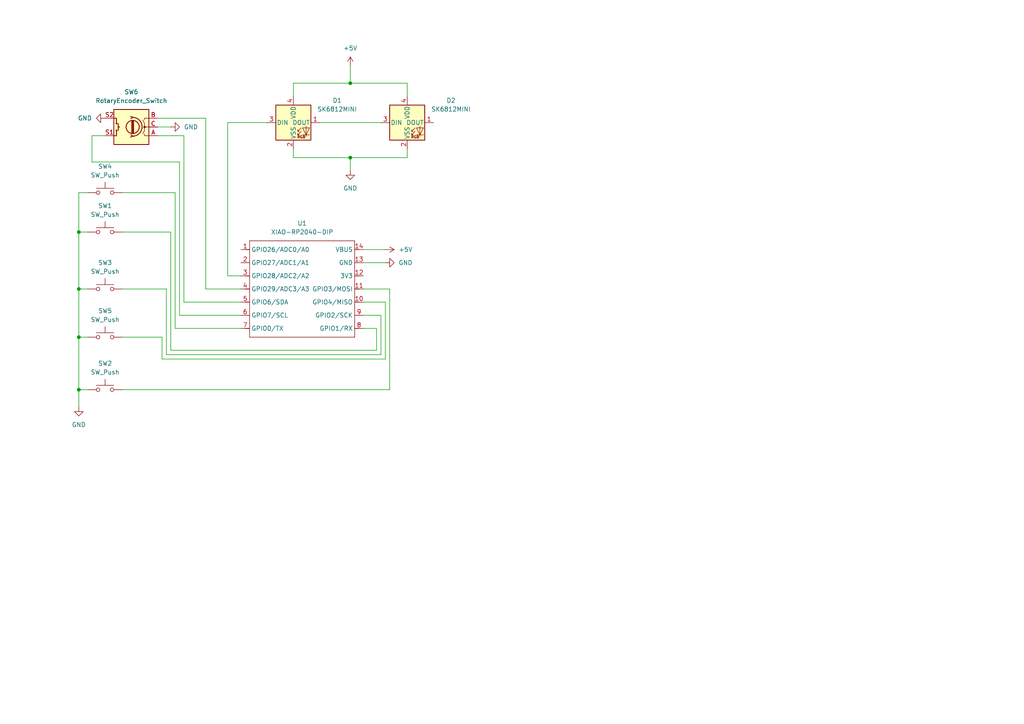
<source format=kicad_sch>
(kicad_sch (version 20250114) (generator "eeschema") (generator_version "9.0")
  (paper "A4")
  (lib_symbols
    (symbol "Device:RotaryEncoder_Switch" (pin_names (offset 0.254) (hide yes))
      (property "Reference" "SW" (at 0 6.604 0))
      (property "Value" "RotaryEncoder_Switch" (at 0 -6.604 0))
      (symbol "RotaryEncoder_Switch_0_1"
        (rectangle (start -5.08 5.08) (end 5.08 -5.08) (stroke (width 0.254)) (fill (type background)))
        (polyline (pts (xy -5.08 2.54) (xy -3.81 2.54) (xy -3.81 2.032)))
        (polyline (pts (xy -5.08 0) (xy -3.81 0) (xy -3.81 -1.016) (xy -3.302 -2.032)))
        (polyline (pts (xy -5.08 -2.54) (xy -3.81 -2.54) (xy -3.81 -2.032)))
        (polyline (pts (xy -4.318 0) (xy -3.81 0) (xy -3.81 1.016) (xy -3.302 2.032)))
        (circle (center -3.81 0) (radius 0.254) (fill (type outline)))
        (polyline (pts (xy -0.635 -1.778) (xy -0.635 1.778)) (stroke (width 0.254)))
        (circle (center -0.381 0) (radius 1.905) (stroke (width 0.254)))
        (polyline (pts (xy -0.381 -1.778) (xy -0.381 1.778)) (stroke (width 0.254)))
        (arc (start -0.381 -2.794) (mid -3.0988 -0.0635) (end -0.381 2.667) (stroke (width 0.254)))
        (polyline (pts (xy -0.127 1.778) (xy -0.127 -1.778)) (stroke (width 0.254)))
        (polyline (pts (xy 0.254 2.921) (xy -0.508 2.667) (xy 0.127 2.286)) (stroke (width 0.254)))
        (polyline (pts (xy 0.254 -3.048) (xy -0.508 -2.794) (xy 0.127 -2.413)) (stroke (width 0.254)))
        (polyline (pts (xy 3.81 1.016) (xy 3.81 -1.016)) (stroke (width 0.254)))
        (polyline (pts (xy 3.81 0) (xy 3.429 0)) (stroke (width 0.254)))
        (circle (center 4.318 1.016) (radius 0.127) (stroke (width 0.254)))
        (circle (center 4.318 -1.016) (radius 0.127) (stroke (width 0.254)))
        (polyline (pts (xy 5.08 2.54) (xy 4.318 2.54) (xy 4.318 1.016)) (stroke (width 0.254)))
        (polyline (pts (xy 5.08 -2.54) (xy 4.318 -2.54) (xy 4.318 -1.016)) (stroke (width 0.254)))
      )
      (symbol "RotaryEncoder_Switch_1_1"
        (pin passive line (at -7.62 2.54 0) (length 2.54) (name "A") (number "A"))
        (pin passive line (at -7.62 0 0) (length 2.54) (name "C") (number "C"))
        (pin passive line (at -7.62 -2.54 0) (length 2.54) (name "B") (number "B"))
        (pin passive line (at 7.62 2.54 180) (length 2.54) (name "S1") (number "S1"))
        (pin passive line (at 7.62 -2.54 180) (length 2.54) (name "S2") (number "S2"))
      )
    )
    (symbol "LED:SK6812MINI" (pin_names (offset 0.254))
      (property "Reference" "D" (at 5.08 5.715 0))
      (property "Value" "SK6812MINI" (at 1.27 -5.715 0))
      (symbol "SK6812MINI_0_0"
        (text "RGB" (at 2.286 -4.191 0) (effects (font (size 0.762 0.762))))
      )
      (symbol "SK6812MINI_0_1"
        (polyline (pts (xy 1.27 -2.54) (xy 1.778 -2.54)))
        (polyline (pts (xy 1.27 -3.556) (xy 1.778 -3.556)))
        (polyline (pts (xy 2.286 -1.524) (xy 1.27 -2.54) (xy 1.27 -2.032)))
        (polyline (pts (xy 2.286 -2.54) (xy 1.27 -3.556) (xy 1.27 -3.048)))
        (polyline (pts (xy 3.683 -1.016) (xy 3.683 -3.556) (xy 3.683 -4.064)))
        (polyline (pts (xy 4.699 -1.524) (xy 2.667 -1.524) (xy 3.683 -3.556) (xy 4.699 -1.524)))
        (polyline (pts (xy 4.699 -3.556) (xy 2.667 -3.556)))
        (rectangle (start 5.08 5.08) (end -5.08 -5.08) (stroke (width 0.254)) (fill (type background)))
      )
      (symbol "SK6812MINI_1_1"
        (pin input line (at -7.62 0 0) (length 2.54) (name "DIN") (number "3"))
        (pin power_in line (at 0 7.62 270) (length 2.54) (name "VDD") (number "4"))
        (pin power_in line (at 0 -7.62 90) (length 2.54) (name "VSS") (number "2"))
        (pin output line (at 7.62 0 180) (length 2.54) (name "DOUT") (number "1"))
      )
    )
    (symbol "Seeed_Studio_XIAO_Series:XIAO-RP2040-DIP"
      (property "Reference" "U" (at 0 0 0))
      (property "Value" "XIAO-RP2040-DIP" (at 5.334 -1.778 0))
      (symbol "XIAO-RP2040-DIP_1_0"
        (polyline (pts (xy -1.27 -2.54) (xy 29.21 -2.54)) (stroke (width 0.1524)))
        (polyline (pts (xy -1.27 -5.08) (xy -2.54 -5.08)) (stroke (width 0.1524)))
        (polyline (pts (xy -1.27 -5.08) (xy -1.27 -2.54)) (stroke (width 0.1524)))
        (polyline (pts (xy -1.27 -8.89) (xy -2.54 -8.89)) (stroke (width 0.1524)))
        (polyline (pts (xy -1.27 -8.89) (xy -1.27 -5.08)) (stroke (width 0.1524)))
        (polyline (pts (xy -1.27 -12.7) (xy -2.54 -12.7)) (stroke (width 0.1524)))
        (polyline (pts (xy -1.27 -12.7) (xy -1.27 -8.89)) (stroke (width 0.1524)))
        (polyline (pts (xy -1.27 -16.51) (xy -2.54 -16.51)) (stroke (width 0.1524)))
        (polyline (pts (xy -1.27 -16.51) (xy -1.27 -12.7)) (stroke (width 0.1524)))
        (polyline (pts (xy -1.27 -20.32) (xy -2.54 -20.32)) (stroke (width 0.1524)))
        (polyline (pts (xy -1.27 -24.13) (xy -2.54 -24.13)) (stroke (width 0.1524)))
        (polyline (pts (xy -1.27 -27.94) (xy -2.54 -27.94)) (stroke (width 0.1524)))
        (polyline (pts (xy -1.27 -30.48) (xy -1.27 -16.51)) (stroke (width 0.1524)))
        (polyline (pts (xy 29.21 -2.54) (xy 29.21 -5.08)) (stroke (width 0.1524)))
        (polyline (pts (xy 29.21 -5.08) (xy 29.21 -8.89)) (stroke (width 0.1524)))
        (polyline (pts (xy 29.21 -8.89) (xy 29.21 -12.7)) (stroke (width 0.1524)))
        (polyline (pts (xy 29.21 -12.7) (xy 29.21 -30.48)) (stroke (width 0.1524)))
        (polyline (pts (xy 29.21 -30.48) (xy -1.27 -30.48)) (stroke (width 0.1524)))
        (polyline (pts (xy 30.48 -5.08) (xy 29.21 -5.08)) (stroke (width 0.1524)))
        (polyline (pts (xy 30.48 -8.89) (xy 29.21 -8.89)) (stroke (width 0.1524)))
        (polyline (pts (xy 30.48 -12.7) (xy 29.21 -12.7)) (stroke (width 0.1524)))
        (polyline (pts (xy 30.48 -16.51) (xy 29.21 -16.51)) (stroke (width 0.1524)))
        (polyline (pts (xy 30.48 -20.32) (xy 29.21 -20.32)) (stroke (width 0.1524)))
        (polyline (pts (xy 30.48 -24.13) (xy 29.21 -24.13)) (stroke (width 0.1524)))
        (polyline (pts (xy 30.48 -27.94) (xy 29.21 -27.94)) (stroke (width 0.1524)))
        (pin passive line (at -3.81 -5.08 0) (length 2.54) (name "GPIO26/ADC0/A0") (number "1"))
        (pin passive line (at -3.81 -8.89 0) (length 2.54) (name "GPIO27/ADC1/A1") (number "2"))
        (pin passive line (at -3.81 -12.7 0) (length 2.54) (name "GPIO28/ADC2/A2") (number "3"))
        (pin passive line (at -3.81 -16.51 0) (length 2.54) (name "GPIO29/ADC3/A3") (number "4"))
        (pin passive line (at -3.81 -20.32 0) (length 2.54) (name "GPIO6/SDA") (number "5"))
        (pin passive line (at -3.81 -24.13 0) (length 2.54) (name "GPIO7/SCL") (number "6"))
        (pin passive line (at -3.81 -27.94 0) (length 2.54) (name "GPIO0/TX") (number "7"))
        (pin passive line (at 31.75 -5.08 180) (length 2.54) (name "VBUS") (number "14"))
        (pin passive line (at 31.75 -8.89 180) (length 2.54) (name "GND") (number "13"))
        (pin passive line (at 31.75 -12.7 180) (length 2.54) (name "3V3") (number "12"))
        (pin passive line (at 31.75 -16.51 180) (length 2.54) (name "GPIO3/MOSI") (number "11"))
        (pin passive line (at 31.75 -20.32 180) (length 2.54) (name "GPIO4/MISO") (number "10"))
        (pin passive line (at 31.75 -24.13 180) (length 2.54) (name "GPIO2/SCK") (number "9"))
        (pin passive line (at 31.75 -27.94 180) (length 2.54) (name "GPIO1/RX") (number "8"))
      )
    )
    (symbol "Switch:SW_Push" (pin_numbers (hide yes)) (pin_names (offset 1.016) (hide yes))
      (property "Reference" "SW" (at 1.27 2.54 0))
      (property "Value" "SW_Push" (at 0 -1.524 0))
      (symbol "SW_Push_0_1"
        (circle (center -2.032 0) (radius 0.508))
        (polyline (pts (xy 0 1.27) (xy 0 3.048)))
        (circle (center 2.032 0) (radius 0.508))
        (polyline (pts (xy 2.54 1.27) (xy -2.54 1.27)))
        (pin passive line (at -5.08 0 0) (length 2.54) (name "1") (number "1"))
        (pin passive line (at 5.08 0 180) (length 2.54) (name "2") (number "2"))
      )
    )
    (symbol "power:+5V" (power) (pin_numbers (hide yes)) (pin_names (offset 0) (hide yes))
      (property "Value" "+5V" (at 0 3.556 0))
      (symbol "+5V_0_1"
        (polyline (pts (xy -0.762 1.27) (xy 0 2.54)))
        (polyline (pts (xy 0 2.54) (xy 0.762 1.27)))
        (polyline (pts (xy 0 0) (xy 0 2.54)))
      )
      (symbol "+5V_1_1"
        (pin power_in line (at 0 0 90) (length 0) (name "~") (number "1"))
      )
    )
    (symbol "power:GND" (power) (pin_numbers (hide yes)) (pin_names (offset 0) (hide yes))
      (property "Value" "GND" (at 0 -3.81 0))
      (symbol "GND_0_1"
        (polyline (pts (xy 0 0) (xy 0 -1.27) (xy 1.27 -1.27) (xy 0 -2.54) (xy -1.27 -1.27) (xy 0 -1.27)))
      )
      (symbol "GND_1_1"
        (pin power_in line (at 0 0 270) (length 0) (name "~") (number "1"))
      )
    )
  )
  (junction (at 22.86 67.31))
  (junction (at 22.86 113.03))
  (junction (at 22.86 97.79))
  (junction (at 101.6 24.13))
  (junction (at 22.86 83.82))
  (junction (at 101.6 45.72))
  (wire (pts (xy 25.4 67.31) (xy 22.86 67.31)))
  (wire (pts (xy 52.07 91.44) (xy 69.85 91.44)))
  (wire (pts (xy 35.56 83.82) (xy 48.26 83.82)))
  (wire (pts (xy 46.99 97.79) (xy 46.99 104.14)))
  (wire (pts (xy 118.11 24.13) (xy 118.11 27.94)))
  (wire (pts (xy 22.86 113.03) (xy 22.86 118.11)))
  (wire (pts (xy 59.69 83.82) (xy 69.85 83.82)))
  (wire (pts (xy 110.49 91.44) (xy 105.41 91.44)))
  (wire (pts (xy 105.41 76.2) (xy 111.76 76.2)))
  (wire (pts (xy 50.8 55.88) (xy 50.8 95.25)))
  (wire (pts (xy 111.76 104.14) (xy 111.76 87.63)))
  (wire (pts (xy 113.03 83.82) (xy 105.41 83.82)))
  (wire (pts (xy 101.6 24.13) (xy 118.11 24.13)))
  (wire (pts (xy 59.69 34.29) (xy 59.69 83.82)))
  (wire (pts (xy 25.4 55.88) (xy 22.86 55.88)))
  (wire (pts (xy 45.72 34.29) (xy 59.69 34.29)))
  (wire (pts (xy 92.71 35.56) (xy 110.49 35.56)))
  (wire (pts (xy 49.53 101.6) (xy 109.22 101.6)))
  (wire (pts (xy 101.6 45.72) (xy 101.6 49.53)))
  (wire (pts (xy 35.56 113.03) (xy 113.03 113.03)))
  (wire (pts (xy 53.34 87.63) (xy 53.34 39.37)))
  (wire (pts (xy 35.56 97.79) (xy 46.99 97.79)))
  (wire (pts (xy 48.26 83.82) (xy 48.26 102.87)))
  (wire (pts (xy 69.85 95.25) (xy 50.8 95.25)))
  (wire (pts (xy 22.86 97.79) (xy 25.4 97.79)))
  (wire (pts (xy 110.49 91.44) (xy 110.49 102.87)))
  (wire (pts (xy 49.53 67.31) (xy 49.53 101.6)))
  (wire (pts (xy 85.09 43.18) (xy 85.09 45.72)))
  (wire (pts (xy 85.09 45.72) (xy 101.6 45.72)))
  (wire (pts (xy 52.07 46.99) (xy 52.07 91.44)))
  (wire (pts (xy 46.99 104.14) (xy 111.76 104.14)))
  (wire (pts (xy 22.86 67.31) (xy 22.86 83.82)))
  (wire (pts (xy 26.67 46.99) (xy 52.07 46.99)))
  (wire (pts (xy 66.04 35.56) (xy 66.04 80.01)))
  (wire (pts (xy 69.85 87.63) (xy 53.34 87.63)))
  (wire (pts (xy 85.09 24.13) (xy 101.6 24.13)))
  (wire (pts (xy 101.6 19.05) (xy 101.6 24.13)))
  (wire (pts (xy 109.22 101.6) (xy 109.22 95.25)))
  (wire (pts (xy 22.86 83.82) (xy 22.86 97.79)))
  (wire (pts (xy 22.86 55.88) (xy 22.86 67.31)))
  (wire (pts (xy 85.09 27.94) (xy 85.09 24.13)))
  (wire (pts (xy 113.03 113.03) (xy 113.03 83.82)))
  (wire (pts (xy 48.26 102.87) (xy 110.49 102.87)))
  (wire (pts (xy 66.04 80.01) (xy 69.85 80.01)))
  (wire (pts (xy 101.6 45.72) (xy 118.11 45.72)))
  (wire (pts (xy 22.86 83.82) (xy 25.4 83.82)))
  (wire (pts (xy 25.4 113.03) (xy 22.86 113.03)))
  (wire (pts (xy 118.11 43.18) (xy 118.11 45.72)))
  (wire (pts (xy 77.47 35.56) (xy 66.04 35.56)))
  (wire (pts (xy 111.76 87.63) (xy 105.41 87.63)))
  (wire (pts (xy 45.72 36.83) (xy 49.53 36.83)))
  (wire (pts (xy 53.34 39.37) (xy 45.72 39.37)))
  (wire (pts (xy 22.86 97.79) (xy 22.86 113.03)))
  (wire (pts (xy 105.41 72.39) (xy 111.76 72.39)))
  (wire (pts (xy 35.56 55.88) (xy 50.8 55.88)))
  (wire (pts (xy 26.67 39.37) (xy 26.67 46.99)))
  (wire (pts (xy 30.48 39.37) (xy 26.67 39.37)))
  (wire (pts (xy 109.22 95.25) (xy 105.41 95.25)))
  (wire (pts (xy 35.56 67.31) (xy 49.53 67.31)))
  (symbol (lib_id "Switch:SW_Push") (at 30.48 113.03 0) (unit 1)
    (property "Reference" "SW2" (at 30.48 105.41 0))
    (property "Value" "SW_Push" (at 30.48 107.95 0))
    (property "Footprint" "Button_Switch_Keyboard:SW_Cherry_MX_1.00u_PCB" (effects (hide yes)))
    (property "Description" "Push button switch, generic, two pins" (effects (hide yes)))
  )
  (symbol (lib_id "power:GND") (at 30.48 34.29 270) (unit 1)
    (property "Reference" "#PWR07" (effects (hide yes)))
    (property "Value" "GND" (at 26.67 34.2899 90) (effects (justify right)))
    (property "Description" "Power symbol creates a global label with name \"GND\" , ground" (effects (hide yes)))
  )
  (symbol (lib_id "Device:RotaryEncoder_Switch") (at 38.1 36.83 180) (unit 1)
    (property "Reference" "SW6" (at 38.1 26.67 0))
    (property "Value" "RotaryEncoder_Switch" (at 38.1 29.21 0))
    (property "Footprint" "Rotary_Encoder:RotaryEncoder_Alps_EC11E-Switch_Vertical_H20mm_CircularMountingHoles" (effects (hide yes)))
    (property "Description" "Rotary encoder, dual channel, incremental quadrate outputs, with switch" (effects (hide yes)))
  )
  (symbol (lib_id "LED:SK6812MINI") (at 85.09 35.56 0) (unit 1)
    (property "Reference" "D1" (at 97.79 29.1398 0))
    (property "Value" "SK6812MINI" (at 97.79 31.6798 0))
    (property "Footprint" "LED_SMD:LED_SK6812MINI_PLCC4_3.5x3.5mm_P1.75mm" (effects (hide yes)))
    (property "Datasheet" "https://cdn-shop.adafruit.com/product-files/2686/SK6812MINI_REV.01-1-2.pdf" (effects (hide yes)))
    (property "Description" "RGB LED with integrated controller" (effects (hide yes)))
  )
  (symbol (lib_id "power:GND") (at 111.76 76.2 90) (unit 1)
    (property "Reference" "#PWR03" (effects (hide yes)))
    (property "Value" "GND" (at 115.57 76.1999 90) (effects (justify right)))
    (property "Description" "Power symbol creates a global label with name \"GND\" , ground" (effects (hide yes)))
  )
  (symbol (lib_id "LED:SK6812MINI") (at 118.11 35.56 0) (unit 1)
    (property "Reference" "D2" (at 130.81 29.1398 0))
    (property "Value" "SK6812MINI" (at 130.81 31.6798 0))
    (property "Footprint" "LED_SMD:LED_SK6812MINI_PLCC4_3.5x3.5mm_P1.75mm" (effects (hide yes)))
    (property "Datasheet" "https://cdn-shop.adafruit.com/product-files/2686/SK6812MINI_REV.01-1-2.pdf" (effects (hide yes)))
    (property "Description" "RGB LED with integrated controller" (effects (hide yes)))
  )
  (symbol (lib_id "power:+5V") (at 101.6 19.05 0) (unit 1)
    (property "Reference" "#PWR01" (effects (hide yes)))
    (property "Value" "+5V" (at 101.6 13.97 0))
    (property "Description" "Power symbol creates a global label with name \"+5V\"" (effects (hide yes)))
  )
  (symbol (lib_id "Switch:SW_Push") (at 30.48 55.88 0) (unit 1)
    (property "Reference" "SW4" (at 30.48 48.26 0))
    (property "Value" "SW_Push" (at 30.48 50.8 0))
    (property "Footprint" "Button_Switch_Keyboard:SW_Cherry_MX_1.00u_PCB" (effects (hide yes)))
    (property "Description" "Push button switch, generic, two pins" (effects (hide yes)))
  )
  (symbol (lib_id "Switch:SW_Push") (at 30.48 97.79 0) (unit 1)
    (property "Reference" "SW5" (at 30.48 90.17 0))
    (property "Value" "SW_Push" (at 30.48 92.71 0))
    (property "Footprint" "Button_Switch_Keyboard:SW_Cherry_MX_1.00u_PCB" (effects (hide yes)))
    (property "Description" "Push button switch, generic, two pins" (effects (hide yes)))
  )
  (symbol (lib_id "power:GND") (at 49.53 36.83 90) (unit 1)
    (property "Reference" "#PWR06" (effects (hide yes)))
    (property "Value" "GND" (at 53.34 36.8299 90) (effects (justify right)))
    (property "Description" "Power symbol creates a global label with name \"GND\" , ground" (effects (hide yes)))
  )
  (symbol (lib_id "Seeed_Studio_XIAO_Series:XIAO-RP2040-DIP") (at 73.66 67.31 0) (unit 1)
    (property "Reference" "U1" (at 87.63 64.77 0))
    (property "Value" "XIAO-RP2040-DIP" (at 87.63 67.31 0))
    (property "Footprint" "OPL:XIAO-RP2040-DIP" (effects (hide yes)))
  )
  (symbol (lib_id "power:+5V") (at 111.76 72.39 270) (unit 1)
    (property "Reference" "#PWR02" (effects (hide yes)))
    (property "Value" "+5V" (at 115.57 72.3899 90) (effects (justify left)))
    (property "Description" "Power symbol creates a global label with name \"+5V\"" (effects (hide yes)))
  )
  (symbol (lib_id "Switch:SW_Push") (at 30.48 83.82 0) (unit 1)
    (property "Reference" "SW3" (at 30.48 76.2 0))
    (property "Value" "SW_Push" (at 30.48 78.74 0))
    (property "Footprint" "Button_Switch_Keyboard:SW_Cherry_MX_1.00u_PCB" (effects (hide yes)))
    (property "Description" "Push button switch, generic, two pins" (effects (hide yes)))
  )
  (symbol (lib_id "power:GND") (at 22.86 118.11 0) (unit 1)
    (property "Reference" "#PWR05" (effects (hide yes)))
    (property "Value" "GND" (at 22.86 123.19 0))
    (property "Description" "Power symbol creates a global label with name \"GND\" , ground" (effects (hide yes)))
  )
  (symbol (lib_id "Switch:SW_Push") (at 30.48 67.31 0) (unit 1)
    (property "Reference" "SW1" (at 30.48 59.69 0))
    (property "Value" "SW_Push" (at 30.48 62.23 0))
    (property "Footprint" "Button_Switch_Keyboard:SW_Cherry_MX_1.00u_PCB" (effects (hide yes)))
    (property "Description" "Push button switch, generic, two pins" (effects (hide yes)))
  )
  (symbol (lib_id "power:GND") (at 101.6 49.53 0) (unit 1)
    (property "Reference" "#PWR04" (effects (hide yes)))
    (property "Value" "GND" (at 101.6 54.61 0))
    (property "Description" "Power symbol creates a global label with name \"GND\" , ground" (effects (hide yes)))
  )
)
</source>
